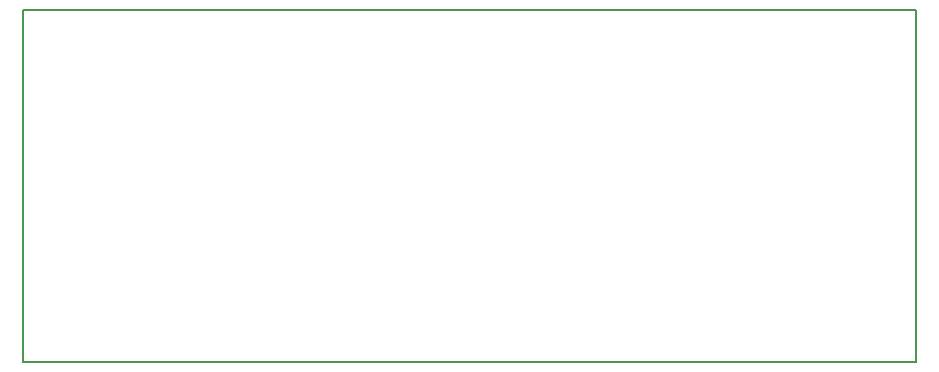
<source format=gbr>
G04 #@! TF.FileFunction,Profile,NP*
%FSLAX46Y46*%
G04 Gerber Fmt 4.6, Leading zero omitted, Abs format (unit mm)*
G04 Created by KiCad (PCBNEW 4.0.0-rc1-stable) date 20/10/2015 4:38:48 p.m.*
%MOMM*%
G01*
G04 APERTURE LIST*
%ADD10C,0.100000*%
%ADD11C,0.150000*%
G04 APERTURE END LIST*
D10*
D11*
X106045000Y-85090000D02*
X181610000Y-85090000D01*
X106045000Y-114935000D02*
X106045000Y-85090000D01*
X181610000Y-114935000D02*
X106045000Y-114935000D01*
X181610000Y-85090000D02*
X181610000Y-114935000D01*
M02*

</source>
